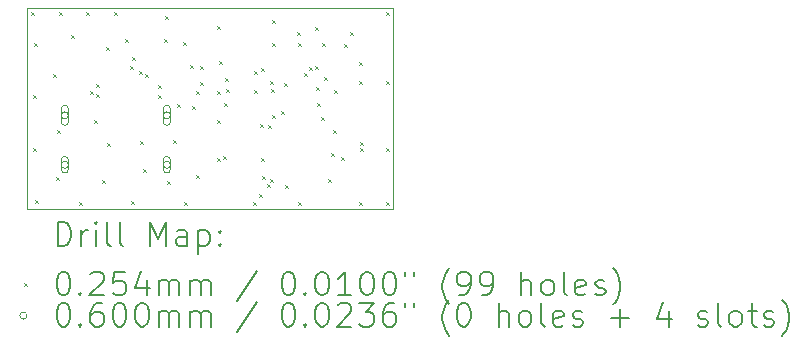
<source format=gbr>
%TF.GenerationSoftware,KiCad,Pcbnew,8.0.4-8.0.4-0~ubuntu22.04.1*%
%TF.CreationDate,2024-09-03T23:48:02+02:00*%
%TF.ProjectId,Powermeter,506f7765-726d-4657-9465-722e6b696361,rev?*%
%TF.SameCoordinates,Original*%
%TF.FileFunction,Drillmap*%
%TF.FilePolarity,Positive*%
%FSLAX45Y45*%
G04 Gerber Fmt 4.5, Leading zero omitted, Abs format (unit mm)*
G04 Created by KiCad (PCBNEW 8.0.4-8.0.4-0~ubuntu22.04.1) date 2024-09-03 23:48:02*
%MOMM*%
%LPD*%
G01*
G04 APERTURE LIST*
%ADD10C,0.050000*%
%ADD11C,0.200000*%
%ADD12C,0.100000*%
G04 APERTURE END LIST*
D10*
X4950000Y-4500000D02*
X8050000Y-4500000D01*
X8050000Y-6200000D01*
X4950000Y-6200000D01*
X4950000Y-4500000D01*
D11*
D12*
X4983337Y-4533337D02*
X5008763Y-4558763D01*
X5008763Y-4533337D02*
X4983337Y-4558763D01*
X4998737Y-5684252D02*
X5024163Y-5709677D01*
X5024163Y-5684252D02*
X4998737Y-5709677D01*
X5002286Y-5238719D02*
X5027712Y-5264145D01*
X5027712Y-5238719D02*
X5002286Y-5264145D01*
X5005700Y-4794098D02*
X5031126Y-4819523D01*
X5031126Y-4794098D02*
X5005700Y-4819523D01*
X5017347Y-6128436D02*
X5042773Y-6153861D01*
X5042773Y-6128436D02*
X5017347Y-6153861D01*
X5168786Y-5060264D02*
X5194212Y-5085689D01*
X5194212Y-5060264D02*
X5168786Y-5085689D01*
X5193014Y-5931690D02*
X5218439Y-5957116D01*
X5218439Y-5931690D02*
X5193014Y-5957116D01*
X5198085Y-5532735D02*
X5223511Y-5558160D01*
X5223511Y-5532735D02*
X5198085Y-5558160D01*
X5215726Y-4533337D02*
X5241151Y-4558763D01*
X5241151Y-4533337D02*
X5215726Y-4558763D01*
X5322651Y-4733205D02*
X5348076Y-4758630D01*
X5348076Y-4733205D02*
X5322651Y-4758630D01*
X5387555Y-6141237D02*
X5412981Y-6166663D01*
X5412981Y-6141237D02*
X5387555Y-6166663D01*
X5448114Y-4533337D02*
X5473539Y-4558763D01*
X5473539Y-4533337D02*
X5448114Y-4558763D01*
X5482948Y-5202836D02*
X5508374Y-5228261D01*
X5508374Y-5202836D02*
X5482948Y-5228261D01*
X5518462Y-5445881D02*
X5543887Y-5471306D01*
X5543887Y-5445881D02*
X5518462Y-5471306D01*
X5530191Y-5140824D02*
X5555616Y-5166250D01*
X5555616Y-5140824D02*
X5530191Y-5166250D01*
X5532597Y-5230574D02*
X5558023Y-5255999D01*
X5558023Y-5230574D02*
X5532597Y-5255999D01*
X5578992Y-5954544D02*
X5604417Y-5979969D01*
X5604417Y-5954544D02*
X5578992Y-5979969D01*
X5615705Y-4831266D02*
X5641130Y-4856691D01*
X5641130Y-4831266D02*
X5615705Y-4856691D01*
X5626503Y-5647290D02*
X5651928Y-5672715D01*
X5651928Y-5647290D02*
X5626503Y-5672715D01*
X5680502Y-4533337D02*
X5705927Y-4558763D01*
X5705927Y-4533337D02*
X5680502Y-4558763D01*
X5778402Y-4760562D02*
X5803827Y-4785988D01*
X5803827Y-4760562D02*
X5778402Y-4785988D01*
X5823237Y-4990244D02*
X5848663Y-5015669D01*
X5848663Y-4990244D02*
X5823237Y-5015669D01*
X5830826Y-6131948D02*
X5856251Y-6157373D01*
X5856251Y-6131948D02*
X5830826Y-6157373D01*
X5834285Y-4914534D02*
X5859711Y-4939959D01*
X5859711Y-4914534D02*
X5834285Y-4939959D01*
X5894067Y-5031078D02*
X5919493Y-5056504D01*
X5919493Y-5031078D02*
X5894067Y-5056504D01*
X5907576Y-5625837D02*
X5933001Y-5651263D01*
X5933001Y-5625837D02*
X5907576Y-5651263D01*
X5931025Y-5866990D02*
X5956451Y-5892415D01*
X5956451Y-5866990D02*
X5931025Y-5892415D01*
X5944492Y-5055735D02*
X5969917Y-5081160D01*
X5969917Y-5055735D02*
X5944492Y-5081160D01*
X6054227Y-5154358D02*
X6079653Y-5179784D01*
X6079653Y-5154358D02*
X6054227Y-5179784D01*
X6057790Y-5233472D02*
X6083216Y-5258898D01*
X6083216Y-5233472D02*
X6057790Y-5258898D01*
X6109239Y-4760821D02*
X6134665Y-4786246D01*
X6134665Y-4760821D02*
X6109239Y-4786246D01*
X6114274Y-4571350D02*
X6139699Y-4596776D01*
X6139699Y-4571350D02*
X6114274Y-4596776D01*
X6129889Y-5963737D02*
X6155315Y-5989163D01*
X6155315Y-5963737D02*
X6129889Y-5989163D01*
X6181037Y-5616978D02*
X6206462Y-5642403D01*
X6206462Y-5616978D02*
X6181037Y-5642403D01*
X6213756Y-5313880D02*
X6239182Y-5339306D01*
X6239182Y-5313880D02*
X6213756Y-5339306D01*
X6267020Y-4791232D02*
X6292446Y-4816658D01*
X6292446Y-4791232D02*
X6267020Y-4816658D01*
X6275447Y-6140075D02*
X6300873Y-6165501D01*
X6300873Y-6140075D02*
X6275447Y-6165501D01*
X6328031Y-4984452D02*
X6353457Y-5009877D01*
X6353457Y-4984452D02*
X6328031Y-5009877D01*
X6345998Y-5331832D02*
X6371423Y-5357258D01*
X6371423Y-5331832D02*
X6345998Y-5357258D01*
X6378807Y-5202375D02*
X6404232Y-5227800D01*
X6404232Y-5202375D02*
X6378807Y-5227800D01*
X6382707Y-5915350D02*
X6408132Y-5940776D01*
X6408132Y-5915350D02*
X6382707Y-5940776D01*
X6413728Y-4992376D02*
X6439153Y-5017802D01*
X6439153Y-4992376D02*
X6413728Y-5017802D01*
X6415856Y-5126306D02*
X6441282Y-5151732D01*
X6441282Y-5126306D02*
X6415856Y-5151732D01*
X6557317Y-5771641D02*
X6582742Y-5797066D01*
X6582742Y-5771641D02*
X6557317Y-5797066D01*
X6557501Y-5204740D02*
X6582926Y-5230166D01*
X6582926Y-5204740D02*
X6557501Y-5230166D01*
X6557826Y-4655176D02*
X6583251Y-4680602D01*
X6583251Y-4655176D02*
X6557826Y-4680602D01*
X6559951Y-5447117D02*
X6585377Y-5472543D01*
X6585377Y-5447117D02*
X6559951Y-5472543D01*
X6573882Y-4948640D02*
X6599307Y-4974065D01*
X6599307Y-4948640D02*
X6573882Y-4974065D01*
X6605564Y-5752347D02*
X6630990Y-5777772D01*
X6630990Y-5752347D02*
X6605564Y-5777772D01*
X6614700Y-5301437D02*
X6640125Y-5326862D01*
X6640125Y-5301437D02*
X6614700Y-5326862D01*
X6626393Y-5091996D02*
X6651818Y-5117421D01*
X6651818Y-5091996D02*
X6626393Y-5117421D01*
X6630949Y-5189826D02*
X6656374Y-5215252D01*
X6656374Y-5189826D02*
X6630949Y-5215252D01*
X6860992Y-6141237D02*
X6886418Y-6166663D01*
X6886418Y-6141237D02*
X6860992Y-6166663D01*
X6865739Y-5191293D02*
X6891164Y-5216719D01*
X6891164Y-5191293D02*
X6865739Y-5216719D01*
X6868491Y-5034756D02*
X6893917Y-5060181D01*
X6893917Y-5034756D02*
X6868491Y-5060181D01*
X6910882Y-6076931D02*
X6936307Y-6102356D01*
X6936307Y-6076931D02*
X6910882Y-6102356D01*
X6919682Y-5479938D02*
X6945107Y-5505364D01*
X6945107Y-5479938D02*
X6919682Y-5505364D01*
X6927755Y-5773667D02*
X6953180Y-5799092D01*
X6953180Y-5773667D02*
X6927755Y-5799092D01*
X6928648Y-5007264D02*
X6954073Y-5032689D01*
X6954073Y-5007264D02*
X6928648Y-5032689D01*
X6935526Y-5926042D02*
X6960951Y-5951467D01*
X6960951Y-5926042D02*
X6935526Y-5951467D01*
X6976539Y-5994210D02*
X7001964Y-6019635D01*
X7001964Y-5994210D02*
X6976539Y-6019635D01*
X6984974Y-5492900D02*
X7010399Y-5518325D01*
X7010399Y-5492900D02*
X6984974Y-5518325D01*
X7004712Y-5950339D02*
X7030138Y-5975764D01*
X7030138Y-5950339D02*
X7004712Y-5975764D01*
X7008671Y-5114634D02*
X7034097Y-5140059D01*
X7034097Y-5114634D02*
X7008671Y-5140059D01*
X7015714Y-5183189D02*
X7041139Y-5208614D01*
X7041139Y-5183189D02*
X7015714Y-5208614D01*
X7019304Y-5403104D02*
X7044729Y-5428529D01*
X7044729Y-5403104D02*
X7019304Y-5428529D01*
X7019902Y-4799880D02*
X7045327Y-4825305D01*
X7045327Y-4799880D02*
X7019902Y-4825305D01*
X7024218Y-4604009D02*
X7049644Y-4629434D01*
X7049644Y-4604009D02*
X7024218Y-4629434D01*
X7101709Y-5371229D02*
X7127135Y-5396654D01*
X7127135Y-5371229D02*
X7101709Y-5396654D01*
X7126814Y-5132313D02*
X7152239Y-5157738D01*
X7152239Y-5132313D02*
X7126814Y-5157738D01*
X7129963Y-5996390D02*
X7155388Y-6021816D01*
X7155388Y-5996390D02*
X7129963Y-6021816D01*
X7232682Y-4700880D02*
X7258107Y-4726306D01*
X7258107Y-4700880D02*
X7232682Y-4726306D01*
X7238448Y-4798191D02*
X7263873Y-4823616D01*
X7263873Y-4798191D02*
X7238448Y-4823616D01*
X7243756Y-6141237D02*
X7269182Y-6166663D01*
X7269182Y-6141237D02*
X7243756Y-6166663D01*
X7289673Y-5053946D02*
X7315098Y-5079372D01*
X7315098Y-5053946D02*
X7289673Y-5079372D01*
X7334446Y-5003742D02*
X7359871Y-5029167D01*
X7359871Y-5003742D02*
X7334446Y-5029167D01*
X7386521Y-4995193D02*
X7411946Y-5020619D01*
X7411946Y-4995193D02*
X7386521Y-5020619D01*
X7390025Y-4663136D02*
X7415451Y-4688561D01*
X7415451Y-4663136D02*
X7390025Y-4688561D01*
X7392972Y-5169466D02*
X7418398Y-5194891D01*
X7418398Y-5169466D02*
X7392972Y-5194891D01*
X7401881Y-5308550D02*
X7427306Y-5333975D01*
X7427306Y-5308550D02*
X7401881Y-5333975D01*
X7438051Y-5422587D02*
X7463476Y-5448012D01*
X7463476Y-5422587D02*
X7438051Y-5448012D01*
X7441524Y-4795113D02*
X7466949Y-4820538D01*
X7466949Y-4795113D02*
X7441524Y-4820538D01*
X7459996Y-5086171D02*
X7485421Y-5111596D01*
X7485421Y-5086171D02*
X7459996Y-5111596D01*
X7498815Y-5952564D02*
X7524240Y-5977989D01*
X7524240Y-5952564D02*
X7498815Y-5977989D01*
X7525083Y-5729251D02*
X7550508Y-5754676D01*
X7550508Y-5729251D02*
X7525083Y-5754676D01*
X7535666Y-5536858D02*
X7561092Y-5562284D01*
X7561092Y-5536858D02*
X7535666Y-5562284D01*
X7548976Y-5191539D02*
X7574401Y-5216964D01*
X7574401Y-5191539D02*
X7548976Y-5216964D01*
X7604939Y-5759616D02*
X7630364Y-5785041D01*
X7630364Y-5759616D02*
X7604939Y-5785041D01*
X7635841Y-4807294D02*
X7661266Y-4832719D01*
X7661266Y-4807294D02*
X7635841Y-4832719D01*
X7686084Y-4702455D02*
X7711509Y-4727880D01*
X7711509Y-4702455D02*
X7686084Y-4727880D01*
X7758145Y-4956956D02*
X7783570Y-4982381D01*
X7783570Y-4956956D02*
X7758145Y-4982381D01*
X7758849Y-5118737D02*
X7784274Y-5144163D01*
X7784274Y-5118737D02*
X7758849Y-5144163D01*
X7758849Y-6141237D02*
X7784274Y-6166663D01*
X7784274Y-6141237D02*
X7758849Y-6166663D01*
X7767441Y-5634913D02*
X7792866Y-5660338D01*
X7792866Y-5634913D02*
X7767441Y-5660338D01*
X7770409Y-5686817D02*
X7795835Y-5712243D01*
X7795835Y-5686817D02*
X7770409Y-5712243D01*
X7991237Y-4533337D02*
X8016663Y-4558763D01*
X8016663Y-4533337D02*
X7991237Y-4558763D01*
X7991237Y-5118737D02*
X8016663Y-5144163D01*
X8016663Y-5118737D02*
X7991237Y-5144163D01*
X7991237Y-5688737D02*
X8016663Y-5714163D01*
X8016663Y-5688737D02*
X7991237Y-5714163D01*
X7991237Y-6141237D02*
X8016663Y-6166663D01*
X8016663Y-6141237D02*
X7991237Y-6166663D01*
X5298000Y-5410000D02*
G75*
G02*
X5238000Y-5410000I-30000J0D01*
G01*
X5238000Y-5410000D02*
G75*
G02*
X5298000Y-5410000I30000J0D01*
G01*
X5238000Y-5355000D02*
X5238000Y-5465000D01*
X5298000Y-5465000D02*
G75*
G02*
X5238000Y-5465000I-30000J0D01*
G01*
X5298000Y-5465000D02*
X5298000Y-5355000D01*
X5298000Y-5355000D02*
G75*
G03*
X5238000Y-5355000I-30000J0D01*
G01*
X5298000Y-5828000D02*
G75*
G02*
X5238000Y-5828000I-30000J0D01*
G01*
X5238000Y-5828000D02*
G75*
G02*
X5298000Y-5828000I30000J0D01*
G01*
X5238000Y-5788000D02*
X5238000Y-5868000D01*
X5298000Y-5868000D02*
G75*
G02*
X5238000Y-5868000I-30000J0D01*
G01*
X5298000Y-5868000D02*
X5298000Y-5788000D01*
X5298000Y-5788000D02*
G75*
G03*
X5238000Y-5788000I-30000J0D01*
G01*
X6162000Y-5410000D02*
G75*
G02*
X6102000Y-5410000I-30000J0D01*
G01*
X6102000Y-5410000D02*
G75*
G02*
X6162000Y-5410000I30000J0D01*
G01*
X6102000Y-5355000D02*
X6102000Y-5465000D01*
X6162000Y-5465000D02*
G75*
G02*
X6102000Y-5465000I-30000J0D01*
G01*
X6162000Y-5465000D02*
X6162000Y-5355000D01*
X6162000Y-5355000D02*
G75*
G03*
X6102000Y-5355000I-30000J0D01*
G01*
X6162000Y-5828000D02*
G75*
G02*
X6102000Y-5828000I-30000J0D01*
G01*
X6102000Y-5828000D02*
G75*
G02*
X6162000Y-5828000I30000J0D01*
G01*
X6102000Y-5788000D02*
X6102000Y-5868000D01*
X6162000Y-5868000D02*
G75*
G02*
X6102000Y-5868000I-30000J0D01*
G01*
X6162000Y-5868000D02*
X6162000Y-5788000D01*
X6162000Y-5788000D02*
G75*
G03*
X6102000Y-5788000I-30000J0D01*
G01*
D11*
X5208277Y-6513984D02*
X5208277Y-6313984D01*
X5208277Y-6313984D02*
X5255896Y-6313984D01*
X5255896Y-6313984D02*
X5284467Y-6323508D01*
X5284467Y-6323508D02*
X5303515Y-6342555D01*
X5303515Y-6342555D02*
X5313039Y-6361603D01*
X5313039Y-6361603D02*
X5322563Y-6399698D01*
X5322563Y-6399698D02*
X5322563Y-6428269D01*
X5322563Y-6428269D02*
X5313039Y-6466365D01*
X5313039Y-6466365D02*
X5303515Y-6485412D01*
X5303515Y-6485412D02*
X5284467Y-6504460D01*
X5284467Y-6504460D02*
X5255896Y-6513984D01*
X5255896Y-6513984D02*
X5208277Y-6513984D01*
X5408277Y-6513984D02*
X5408277Y-6380650D01*
X5408277Y-6418746D02*
X5417801Y-6399698D01*
X5417801Y-6399698D02*
X5427324Y-6390174D01*
X5427324Y-6390174D02*
X5446372Y-6380650D01*
X5446372Y-6380650D02*
X5465420Y-6380650D01*
X5532086Y-6513984D02*
X5532086Y-6380650D01*
X5532086Y-6313984D02*
X5522563Y-6323508D01*
X5522563Y-6323508D02*
X5532086Y-6333031D01*
X5532086Y-6333031D02*
X5541610Y-6323508D01*
X5541610Y-6323508D02*
X5532086Y-6313984D01*
X5532086Y-6313984D02*
X5532086Y-6333031D01*
X5655896Y-6513984D02*
X5636848Y-6504460D01*
X5636848Y-6504460D02*
X5627324Y-6485412D01*
X5627324Y-6485412D02*
X5627324Y-6313984D01*
X5760658Y-6513984D02*
X5741610Y-6504460D01*
X5741610Y-6504460D02*
X5732086Y-6485412D01*
X5732086Y-6485412D02*
X5732086Y-6313984D01*
X5989229Y-6513984D02*
X5989229Y-6313984D01*
X5989229Y-6313984D02*
X6055896Y-6456841D01*
X6055896Y-6456841D02*
X6122562Y-6313984D01*
X6122562Y-6313984D02*
X6122562Y-6513984D01*
X6303515Y-6513984D02*
X6303515Y-6409222D01*
X6303515Y-6409222D02*
X6293991Y-6390174D01*
X6293991Y-6390174D02*
X6274943Y-6380650D01*
X6274943Y-6380650D02*
X6236848Y-6380650D01*
X6236848Y-6380650D02*
X6217801Y-6390174D01*
X6303515Y-6504460D02*
X6284467Y-6513984D01*
X6284467Y-6513984D02*
X6236848Y-6513984D01*
X6236848Y-6513984D02*
X6217801Y-6504460D01*
X6217801Y-6504460D02*
X6208277Y-6485412D01*
X6208277Y-6485412D02*
X6208277Y-6466365D01*
X6208277Y-6466365D02*
X6217801Y-6447317D01*
X6217801Y-6447317D02*
X6236848Y-6437793D01*
X6236848Y-6437793D02*
X6284467Y-6437793D01*
X6284467Y-6437793D02*
X6303515Y-6428269D01*
X6398753Y-6380650D02*
X6398753Y-6580650D01*
X6398753Y-6390174D02*
X6417801Y-6380650D01*
X6417801Y-6380650D02*
X6455896Y-6380650D01*
X6455896Y-6380650D02*
X6474943Y-6390174D01*
X6474943Y-6390174D02*
X6484467Y-6399698D01*
X6484467Y-6399698D02*
X6493991Y-6418746D01*
X6493991Y-6418746D02*
X6493991Y-6475888D01*
X6493991Y-6475888D02*
X6484467Y-6494936D01*
X6484467Y-6494936D02*
X6474943Y-6504460D01*
X6474943Y-6504460D02*
X6455896Y-6513984D01*
X6455896Y-6513984D02*
X6417801Y-6513984D01*
X6417801Y-6513984D02*
X6398753Y-6504460D01*
X6579705Y-6494936D02*
X6589229Y-6504460D01*
X6589229Y-6504460D02*
X6579705Y-6513984D01*
X6579705Y-6513984D02*
X6570182Y-6504460D01*
X6570182Y-6504460D02*
X6579705Y-6494936D01*
X6579705Y-6494936D02*
X6579705Y-6513984D01*
X6579705Y-6390174D02*
X6589229Y-6399698D01*
X6589229Y-6399698D02*
X6579705Y-6409222D01*
X6579705Y-6409222D02*
X6570182Y-6399698D01*
X6570182Y-6399698D02*
X6579705Y-6390174D01*
X6579705Y-6390174D02*
X6579705Y-6409222D01*
D12*
X4922075Y-6829787D02*
X4947500Y-6855213D01*
X4947500Y-6829787D02*
X4922075Y-6855213D01*
D11*
X5246372Y-6733984D02*
X5265420Y-6733984D01*
X5265420Y-6733984D02*
X5284467Y-6743508D01*
X5284467Y-6743508D02*
X5293991Y-6753031D01*
X5293991Y-6753031D02*
X5303515Y-6772079D01*
X5303515Y-6772079D02*
X5313039Y-6810174D01*
X5313039Y-6810174D02*
X5313039Y-6857793D01*
X5313039Y-6857793D02*
X5303515Y-6895888D01*
X5303515Y-6895888D02*
X5293991Y-6914936D01*
X5293991Y-6914936D02*
X5284467Y-6924460D01*
X5284467Y-6924460D02*
X5265420Y-6933984D01*
X5265420Y-6933984D02*
X5246372Y-6933984D01*
X5246372Y-6933984D02*
X5227324Y-6924460D01*
X5227324Y-6924460D02*
X5217801Y-6914936D01*
X5217801Y-6914936D02*
X5208277Y-6895888D01*
X5208277Y-6895888D02*
X5198753Y-6857793D01*
X5198753Y-6857793D02*
X5198753Y-6810174D01*
X5198753Y-6810174D02*
X5208277Y-6772079D01*
X5208277Y-6772079D02*
X5217801Y-6753031D01*
X5217801Y-6753031D02*
X5227324Y-6743508D01*
X5227324Y-6743508D02*
X5246372Y-6733984D01*
X5398753Y-6914936D02*
X5408277Y-6924460D01*
X5408277Y-6924460D02*
X5398753Y-6933984D01*
X5398753Y-6933984D02*
X5389229Y-6924460D01*
X5389229Y-6924460D02*
X5398753Y-6914936D01*
X5398753Y-6914936D02*
X5398753Y-6933984D01*
X5484467Y-6753031D02*
X5493991Y-6743508D01*
X5493991Y-6743508D02*
X5513039Y-6733984D01*
X5513039Y-6733984D02*
X5560658Y-6733984D01*
X5560658Y-6733984D02*
X5579705Y-6743508D01*
X5579705Y-6743508D02*
X5589229Y-6753031D01*
X5589229Y-6753031D02*
X5598753Y-6772079D01*
X5598753Y-6772079D02*
X5598753Y-6791127D01*
X5598753Y-6791127D02*
X5589229Y-6819698D01*
X5589229Y-6819698D02*
X5474944Y-6933984D01*
X5474944Y-6933984D02*
X5598753Y-6933984D01*
X5779705Y-6733984D02*
X5684467Y-6733984D01*
X5684467Y-6733984D02*
X5674943Y-6829222D01*
X5674943Y-6829222D02*
X5684467Y-6819698D01*
X5684467Y-6819698D02*
X5703515Y-6810174D01*
X5703515Y-6810174D02*
X5751134Y-6810174D01*
X5751134Y-6810174D02*
X5770182Y-6819698D01*
X5770182Y-6819698D02*
X5779705Y-6829222D01*
X5779705Y-6829222D02*
X5789229Y-6848269D01*
X5789229Y-6848269D02*
X5789229Y-6895888D01*
X5789229Y-6895888D02*
X5779705Y-6914936D01*
X5779705Y-6914936D02*
X5770182Y-6924460D01*
X5770182Y-6924460D02*
X5751134Y-6933984D01*
X5751134Y-6933984D02*
X5703515Y-6933984D01*
X5703515Y-6933984D02*
X5684467Y-6924460D01*
X5684467Y-6924460D02*
X5674943Y-6914936D01*
X5960658Y-6800650D02*
X5960658Y-6933984D01*
X5913039Y-6724460D02*
X5865420Y-6867317D01*
X5865420Y-6867317D02*
X5989229Y-6867317D01*
X6065420Y-6933984D02*
X6065420Y-6800650D01*
X6065420Y-6819698D02*
X6074943Y-6810174D01*
X6074943Y-6810174D02*
X6093991Y-6800650D01*
X6093991Y-6800650D02*
X6122563Y-6800650D01*
X6122563Y-6800650D02*
X6141610Y-6810174D01*
X6141610Y-6810174D02*
X6151134Y-6829222D01*
X6151134Y-6829222D02*
X6151134Y-6933984D01*
X6151134Y-6829222D02*
X6160658Y-6810174D01*
X6160658Y-6810174D02*
X6179705Y-6800650D01*
X6179705Y-6800650D02*
X6208277Y-6800650D01*
X6208277Y-6800650D02*
X6227324Y-6810174D01*
X6227324Y-6810174D02*
X6236848Y-6829222D01*
X6236848Y-6829222D02*
X6236848Y-6933984D01*
X6332086Y-6933984D02*
X6332086Y-6800650D01*
X6332086Y-6819698D02*
X6341610Y-6810174D01*
X6341610Y-6810174D02*
X6360658Y-6800650D01*
X6360658Y-6800650D02*
X6389229Y-6800650D01*
X6389229Y-6800650D02*
X6408277Y-6810174D01*
X6408277Y-6810174D02*
X6417801Y-6829222D01*
X6417801Y-6829222D02*
X6417801Y-6933984D01*
X6417801Y-6829222D02*
X6427324Y-6810174D01*
X6427324Y-6810174D02*
X6446372Y-6800650D01*
X6446372Y-6800650D02*
X6474943Y-6800650D01*
X6474943Y-6800650D02*
X6493991Y-6810174D01*
X6493991Y-6810174D02*
X6503515Y-6829222D01*
X6503515Y-6829222D02*
X6503515Y-6933984D01*
X6893991Y-6724460D02*
X6722563Y-6981603D01*
X7151134Y-6733984D02*
X7170182Y-6733984D01*
X7170182Y-6733984D02*
X7189229Y-6743508D01*
X7189229Y-6743508D02*
X7198753Y-6753031D01*
X7198753Y-6753031D02*
X7208277Y-6772079D01*
X7208277Y-6772079D02*
X7217801Y-6810174D01*
X7217801Y-6810174D02*
X7217801Y-6857793D01*
X7217801Y-6857793D02*
X7208277Y-6895888D01*
X7208277Y-6895888D02*
X7198753Y-6914936D01*
X7198753Y-6914936D02*
X7189229Y-6924460D01*
X7189229Y-6924460D02*
X7170182Y-6933984D01*
X7170182Y-6933984D02*
X7151134Y-6933984D01*
X7151134Y-6933984D02*
X7132086Y-6924460D01*
X7132086Y-6924460D02*
X7122563Y-6914936D01*
X7122563Y-6914936D02*
X7113039Y-6895888D01*
X7113039Y-6895888D02*
X7103515Y-6857793D01*
X7103515Y-6857793D02*
X7103515Y-6810174D01*
X7103515Y-6810174D02*
X7113039Y-6772079D01*
X7113039Y-6772079D02*
X7122563Y-6753031D01*
X7122563Y-6753031D02*
X7132086Y-6743508D01*
X7132086Y-6743508D02*
X7151134Y-6733984D01*
X7303515Y-6914936D02*
X7313039Y-6924460D01*
X7313039Y-6924460D02*
X7303515Y-6933984D01*
X7303515Y-6933984D02*
X7293991Y-6924460D01*
X7293991Y-6924460D02*
X7303515Y-6914936D01*
X7303515Y-6914936D02*
X7303515Y-6933984D01*
X7436848Y-6733984D02*
X7455896Y-6733984D01*
X7455896Y-6733984D02*
X7474944Y-6743508D01*
X7474944Y-6743508D02*
X7484467Y-6753031D01*
X7484467Y-6753031D02*
X7493991Y-6772079D01*
X7493991Y-6772079D02*
X7503515Y-6810174D01*
X7503515Y-6810174D02*
X7503515Y-6857793D01*
X7503515Y-6857793D02*
X7493991Y-6895888D01*
X7493991Y-6895888D02*
X7484467Y-6914936D01*
X7484467Y-6914936D02*
X7474944Y-6924460D01*
X7474944Y-6924460D02*
X7455896Y-6933984D01*
X7455896Y-6933984D02*
X7436848Y-6933984D01*
X7436848Y-6933984D02*
X7417801Y-6924460D01*
X7417801Y-6924460D02*
X7408277Y-6914936D01*
X7408277Y-6914936D02*
X7398753Y-6895888D01*
X7398753Y-6895888D02*
X7389229Y-6857793D01*
X7389229Y-6857793D02*
X7389229Y-6810174D01*
X7389229Y-6810174D02*
X7398753Y-6772079D01*
X7398753Y-6772079D02*
X7408277Y-6753031D01*
X7408277Y-6753031D02*
X7417801Y-6743508D01*
X7417801Y-6743508D02*
X7436848Y-6733984D01*
X7693991Y-6933984D02*
X7579706Y-6933984D01*
X7636848Y-6933984D02*
X7636848Y-6733984D01*
X7636848Y-6733984D02*
X7617801Y-6762555D01*
X7617801Y-6762555D02*
X7598753Y-6781603D01*
X7598753Y-6781603D02*
X7579706Y-6791127D01*
X7817801Y-6733984D02*
X7836848Y-6733984D01*
X7836848Y-6733984D02*
X7855896Y-6743508D01*
X7855896Y-6743508D02*
X7865420Y-6753031D01*
X7865420Y-6753031D02*
X7874944Y-6772079D01*
X7874944Y-6772079D02*
X7884467Y-6810174D01*
X7884467Y-6810174D02*
X7884467Y-6857793D01*
X7884467Y-6857793D02*
X7874944Y-6895888D01*
X7874944Y-6895888D02*
X7865420Y-6914936D01*
X7865420Y-6914936D02*
X7855896Y-6924460D01*
X7855896Y-6924460D02*
X7836848Y-6933984D01*
X7836848Y-6933984D02*
X7817801Y-6933984D01*
X7817801Y-6933984D02*
X7798753Y-6924460D01*
X7798753Y-6924460D02*
X7789229Y-6914936D01*
X7789229Y-6914936D02*
X7779706Y-6895888D01*
X7779706Y-6895888D02*
X7770182Y-6857793D01*
X7770182Y-6857793D02*
X7770182Y-6810174D01*
X7770182Y-6810174D02*
X7779706Y-6772079D01*
X7779706Y-6772079D02*
X7789229Y-6753031D01*
X7789229Y-6753031D02*
X7798753Y-6743508D01*
X7798753Y-6743508D02*
X7817801Y-6733984D01*
X8008277Y-6733984D02*
X8027325Y-6733984D01*
X8027325Y-6733984D02*
X8046372Y-6743508D01*
X8046372Y-6743508D02*
X8055896Y-6753031D01*
X8055896Y-6753031D02*
X8065420Y-6772079D01*
X8065420Y-6772079D02*
X8074944Y-6810174D01*
X8074944Y-6810174D02*
X8074944Y-6857793D01*
X8074944Y-6857793D02*
X8065420Y-6895888D01*
X8065420Y-6895888D02*
X8055896Y-6914936D01*
X8055896Y-6914936D02*
X8046372Y-6924460D01*
X8046372Y-6924460D02*
X8027325Y-6933984D01*
X8027325Y-6933984D02*
X8008277Y-6933984D01*
X8008277Y-6933984D02*
X7989229Y-6924460D01*
X7989229Y-6924460D02*
X7979706Y-6914936D01*
X7979706Y-6914936D02*
X7970182Y-6895888D01*
X7970182Y-6895888D02*
X7960658Y-6857793D01*
X7960658Y-6857793D02*
X7960658Y-6810174D01*
X7960658Y-6810174D02*
X7970182Y-6772079D01*
X7970182Y-6772079D02*
X7979706Y-6753031D01*
X7979706Y-6753031D02*
X7989229Y-6743508D01*
X7989229Y-6743508D02*
X8008277Y-6733984D01*
X8151134Y-6733984D02*
X8151134Y-6772079D01*
X8227325Y-6733984D02*
X8227325Y-6772079D01*
X8522563Y-7010174D02*
X8513039Y-7000650D01*
X8513039Y-7000650D02*
X8493991Y-6972079D01*
X8493991Y-6972079D02*
X8484468Y-6953031D01*
X8484468Y-6953031D02*
X8474944Y-6924460D01*
X8474944Y-6924460D02*
X8465420Y-6876841D01*
X8465420Y-6876841D02*
X8465420Y-6838746D01*
X8465420Y-6838746D02*
X8474944Y-6791127D01*
X8474944Y-6791127D02*
X8484468Y-6762555D01*
X8484468Y-6762555D02*
X8493991Y-6743508D01*
X8493991Y-6743508D02*
X8513039Y-6714936D01*
X8513039Y-6714936D02*
X8522563Y-6705412D01*
X8608277Y-6933984D02*
X8646372Y-6933984D01*
X8646372Y-6933984D02*
X8665420Y-6924460D01*
X8665420Y-6924460D02*
X8674944Y-6914936D01*
X8674944Y-6914936D02*
X8693991Y-6886365D01*
X8693991Y-6886365D02*
X8703515Y-6848269D01*
X8703515Y-6848269D02*
X8703515Y-6772079D01*
X8703515Y-6772079D02*
X8693991Y-6753031D01*
X8693991Y-6753031D02*
X8684468Y-6743508D01*
X8684468Y-6743508D02*
X8665420Y-6733984D01*
X8665420Y-6733984D02*
X8627325Y-6733984D01*
X8627325Y-6733984D02*
X8608277Y-6743508D01*
X8608277Y-6743508D02*
X8598753Y-6753031D01*
X8598753Y-6753031D02*
X8589230Y-6772079D01*
X8589230Y-6772079D02*
X8589230Y-6819698D01*
X8589230Y-6819698D02*
X8598753Y-6838746D01*
X8598753Y-6838746D02*
X8608277Y-6848269D01*
X8608277Y-6848269D02*
X8627325Y-6857793D01*
X8627325Y-6857793D02*
X8665420Y-6857793D01*
X8665420Y-6857793D02*
X8684468Y-6848269D01*
X8684468Y-6848269D02*
X8693991Y-6838746D01*
X8693991Y-6838746D02*
X8703515Y-6819698D01*
X8798753Y-6933984D02*
X8836849Y-6933984D01*
X8836849Y-6933984D02*
X8855896Y-6924460D01*
X8855896Y-6924460D02*
X8865420Y-6914936D01*
X8865420Y-6914936D02*
X8884468Y-6886365D01*
X8884468Y-6886365D02*
X8893991Y-6848269D01*
X8893991Y-6848269D02*
X8893991Y-6772079D01*
X8893991Y-6772079D02*
X8884468Y-6753031D01*
X8884468Y-6753031D02*
X8874944Y-6743508D01*
X8874944Y-6743508D02*
X8855896Y-6733984D01*
X8855896Y-6733984D02*
X8817801Y-6733984D01*
X8817801Y-6733984D02*
X8798753Y-6743508D01*
X8798753Y-6743508D02*
X8789230Y-6753031D01*
X8789230Y-6753031D02*
X8779706Y-6772079D01*
X8779706Y-6772079D02*
X8779706Y-6819698D01*
X8779706Y-6819698D02*
X8789230Y-6838746D01*
X8789230Y-6838746D02*
X8798753Y-6848269D01*
X8798753Y-6848269D02*
X8817801Y-6857793D01*
X8817801Y-6857793D02*
X8855896Y-6857793D01*
X8855896Y-6857793D02*
X8874944Y-6848269D01*
X8874944Y-6848269D02*
X8884468Y-6838746D01*
X8884468Y-6838746D02*
X8893991Y-6819698D01*
X9132087Y-6933984D02*
X9132087Y-6733984D01*
X9217801Y-6933984D02*
X9217801Y-6829222D01*
X9217801Y-6829222D02*
X9208277Y-6810174D01*
X9208277Y-6810174D02*
X9189230Y-6800650D01*
X9189230Y-6800650D02*
X9160658Y-6800650D01*
X9160658Y-6800650D02*
X9141611Y-6810174D01*
X9141611Y-6810174D02*
X9132087Y-6819698D01*
X9341611Y-6933984D02*
X9322563Y-6924460D01*
X9322563Y-6924460D02*
X9313039Y-6914936D01*
X9313039Y-6914936D02*
X9303515Y-6895888D01*
X9303515Y-6895888D02*
X9303515Y-6838746D01*
X9303515Y-6838746D02*
X9313039Y-6819698D01*
X9313039Y-6819698D02*
X9322563Y-6810174D01*
X9322563Y-6810174D02*
X9341611Y-6800650D01*
X9341611Y-6800650D02*
X9370182Y-6800650D01*
X9370182Y-6800650D02*
X9389230Y-6810174D01*
X9389230Y-6810174D02*
X9398753Y-6819698D01*
X9398753Y-6819698D02*
X9408277Y-6838746D01*
X9408277Y-6838746D02*
X9408277Y-6895888D01*
X9408277Y-6895888D02*
X9398753Y-6914936D01*
X9398753Y-6914936D02*
X9389230Y-6924460D01*
X9389230Y-6924460D02*
X9370182Y-6933984D01*
X9370182Y-6933984D02*
X9341611Y-6933984D01*
X9522563Y-6933984D02*
X9503515Y-6924460D01*
X9503515Y-6924460D02*
X9493992Y-6905412D01*
X9493992Y-6905412D02*
X9493992Y-6733984D01*
X9674944Y-6924460D02*
X9655896Y-6933984D01*
X9655896Y-6933984D02*
X9617801Y-6933984D01*
X9617801Y-6933984D02*
X9598753Y-6924460D01*
X9598753Y-6924460D02*
X9589230Y-6905412D01*
X9589230Y-6905412D02*
X9589230Y-6829222D01*
X9589230Y-6829222D02*
X9598753Y-6810174D01*
X9598753Y-6810174D02*
X9617801Y-6800650D01*
X9617801Y-6800650D02*
X9655896Y-6800650D01*
X9655896Y-6800650D02*
X9674944Y-6810174D01*
X9674944Y-6810174D02*
X9684468Y-6829222D01*
X9684468Y-6829222D02*
X9684468Y-6848269D01*
X9684468Y-6848269D02*
X9589230Y-6867317D01*
X9760658Y-6924460D02*
X9779706Y-6933984D01*
X9779706Y-6933984D02*
X9817801Y-6933984D01*
X9817801Y-6933984D02*
X9836849Y-6924460D01*
X9836849Y-6924460D02*
X9846373Y-6905412D01*
X9846373Y-6905412D02*
X9846373Y-6895888D01*
X9846373Y-6895888D02*
X9836849Y-6876841D01*
X9836849Y-6876841D02*
X9817801Y-6867317D01*
X9817801Y-6867317D02*
X9789230Y-6867317D01*
X9789230Y-6867317D02*
X9770182Y-6857793D01*
X9770182Y-6857793D02*
X9760658Y-6838746D01*
X9760658Y-6838746D02*
X9760658Y-6829222D01*
X9760658Y-6829222D02*
X9770182Y-6810174D01*
X9770182Y-6810174D02*
X9789230Y-6800650D01*
X9789230Y-6800650D02*
X9817801Y-6800650D01*
X9817801Y-6800650D02*
X9836849Y-6810174D01*
X9913039Y-7010174D02*
X9922563Y-7000650D01*
X9922563Y-7000650D02*
X9941611Y-6972079D01*
X9941611Y-6972079D02*
X9951134Y-6953031D01*
X9951134Y-6953031D02*
X9960658Y-6924460D01*
X9960658Y-6924460D02*
X9970182Y-6876841D01*
X9970182Y-6876841D02*
X9970182Y-6838746D01*
X9970182Y-6838746D02*
X9960658Y-6791127D01*
X9960658Y-6791127D02*
X9951134Y-6762555D01*
X9951134Y-6762555D02*
X9941611Y-6743508D01*
X9941611Y-6743508D02*
X9922563Y-6714936D01*
X9922563Y-6714936D02*
X9913039Y-6705412D01*
D12*
X4947500Y-7106500D02*
G75*
G02*
X4887500Y-7106500I-30000J0D01*
G01*
X4887500Y-7106500D02*
G75*
G02*
X4947500Y-7106500I30000J0D01*
G01*
D11*
X5246372Y-6997984D02*
X5265420Y-6997984D01*
X5265420Y-6997984D02*
X5284467Y-7007508D01*
X5284467Y-7007508D02*
X5293991Y-7017031D01*
X5293991Y-7017031D02*
X5303515Y-7036079D01*
X5303515Y-7036079D02*
X5313039Y-7074174D01*
X5313039Y-7074174D02*
X5313039Y-7121793D01*
X5313039Y-7121793D02*
X5303515Y-7159888D01*
X5303515Y-7159888D02*
X5293991Y-7178936D01*
X5293991Y-7178936D02*
X5284467Y-7188460D01*
X5284467Y-7188460D02*
X5265420Y-7197984D01*
X5265420Y-7197984D02*
X5246372Y-7197984D01*
X5246372Y-7197984D02*
X5227324Y-7188460D01*
X5227324Y-7188460D02*
X5217801Y-7178936D01*
X5217801Y-7178936D02*
X5208277Y-7159888D01*
X5208277Y-7159888D02*
X5198753Y-7121793D01*
X5198753Y-7121793D02*
X5198753Y-7074174D01*
X5198753Y-7074174D02*
X5208277Y-7036079D01*
X5208277Y-7036079D02*
X5217801Y-7017031D01*
X5217801Y-7017031D02*
X5227324Y-7007508D01*
X5227324Y-7007508D02*
X5246372Y-6997984D01*
X5398753Y-7178936D02*
X5408277Y-7188460D01*
X5408277Y-7188460D02*
X5398753Y-7197984D01*
X5398753Y-7197984D02*
X5389229Y-7188460D01*
X5389229Y-7188460D02*
X5398753Y-7178936D01*
X5398753Y-7178936D02*
X5398753Y-7197984D01*
X5579705Y-6997984D02*
X5541610Y-6997984D01*
X5541610Y-6997984D02*
X5522563Y-7007508D01*
X5522563Y-7007508D02*
X5513039Y-7017031D01*
X5513039Y-7017031D02*
X5493991Y-7045603D01*
X5493991Y-7045603D02*
X5484467Y-7083698D01*
X5484467Y-7083698D02*
X5484467Y-7159888D01*
X5484467Y-7159888D02*
X5493991Y-7178936D01*
X5493991Y-7178936D02*
X5503515Y-7188460D01*
X5503515Y-7188460D02*
X5522563Y-7197984D01*
X5522563Y-7197984D02*
X5560658Y-7197984D01*
X5560658Y-7197984D02*
X5579705Y-7188460D01*
X5579705Y-7188460D02*
X5589229Y-7178936D01*
X5589229Y-7178936D02*
X5598753Y-7159888D01*
X5598753Y-7159888D02*
X5598753Y-7112269D01*
X5598753Y-7112269D02*
X5589229Y-7093222D01*
X5589229Y-7093222D02*
X5579705Y-7083698D01*
X5579705Y-7083698D02*
X5560658Y-7074174D01*
X5560658Y-7074174D02*
X5522563Y-7074174D01*
X5522563Y-7074174D02*
X5503515Y-7083698D01*
X5503515Y-7083698D02*
X5493991Y-7093222D01*
X5493991Y-7093222D02*
X5484467Y-7112269D01*
X5722562Y-6997984D02*
X5741610Y-6997984D01*
X5741610Y-6997984D02*
X5760658Y-7007508D01*
X5760658Y-7007508D02*
X5770182Y-7017031D01*
X5770182Y-7017031D02*
X5779705Y-7036079D01*
X5779705Y-7036079D02*
X5789229Y-7074174D01*
X5789229Y-7074174D02*
X5789229Y-7121793D01*
X5789229Y-7121793D02*
X5779705Y-7159888D01*
X5779705Y-7159888D02*
X5770182Y-7178936D01*
X5770182Y-7178936D02*
X5760658Y-7188460D01*
X5760658Y-7188460D02*
X5741610Y-7197984D01*
X5741610Y-7197984D02*
X5722562Y-7197984D01*
X5722562Y-7197984D02*
X5703515Y-7188460D01*
X5703515Y-7188460D02*
X5693991Y-7178936D01*
X5693991Y-7178936D02*
X5684467Y-7159888D01*
X5684467Y-7159888D02*
X5674943Y-7121793D01*
X5674943Y-7121793D02*
X5674943Y-7074174D01*
X5674943Y-7074174D02*
X5684467Y-7036079D01*
X5684467Y-7036079D02*
X5693991Y-7017031D01*
X5693991Y-7017031D02*
X5703515Y-7007508D01*
X5703515Y-7007508D02*
X5722562Y-6997984D01*
X5913039Y-6997984D02*
X5932086Y-6997984D01*
X5932086Y-6997984D02*
X5951134Y-7007508D01*
X5951134Y-7007508D02*
X5960658Y-7017031D01*
X5960658Y-7017031D02*
X5970182Y-7036079D01*
X5970182Y-7036079D02*
X5979705Y-7074174D01*
X5979705Y-7074174D02*
X5979705Y-7121793D01*
X5979705Y-7121793D02*
X5970182Y-7159888D01*
X5970182Y-7159888D02*
X5960658Y-7178936D01*
X5960658Y-7178936D02*
X5951134Y-7188460D01*
X5951134Y-7188460D02*
X5932086Y-7197984D01*
X5932086Y-7197984D02*
X5913039Y-7197984D01*
X5913039Y-7197984D02*
X5893991Y-7188460D01*
X5893991Y-7188460D02*
X5884467Y-7178936D01*
X5884467Y-7178936D02*
X5874943Y-7159888D01*
X5874943Y-7159888D02*
X5865420Y-7121793D01*
X5865420Y-7121793D02*
X5865420Y-7074174D01*
X5865420Y-7074174D02*
X5874943Y-7036079D01*
X5874943Y-7036079D02*
X5884467Y-7017031D01*
X5884467Y-7017031D02*
X5893991Y-7007508D01*
X5893991Y-7007508D02*
X5913039Y-6997984D01*
X6065420Y-7197984D02*
X6065420Y-7064650D01*
X6065420Y-7083698D02*
X6074943Y-7074174D01*
X6074943Y-7074174D02*
X6093991Y-7064650D01*
X6093991Y-7064650D02*
X6122563Y-7064650D01*
X6122563Y-7064650D02*
X6141610Y-7074174D01*
X6141610Y-7074174D02*
X6151134Y-7093222D01*
X6151134Y-7093222D02*
X6151134Y-7197984D01*
X6151134Y-7093222D02*
X6160658Y-7074174D01*
X6160658Y-7074174D02*
X6179705Y-7064650D01*
X6179705Y-7064650D02*
X6208277Y-7064650D01*
X6208277Y-7064650D02*
X6227324Y-7074174D01*
X6227324Y-7074174D02*
X6236848Y-7093222D01*
X6236848Y-7093222D02*
X6236848Y-7197984D01*
X6332086Y-7197984D02*
X6332086Y-7064650D01*
X6332086Y-7083698D02*
X6341610Y-7074174D01*
X6341610Y-7074174D02*
X6360658Y-7064650D01*
X6360658Y-7064650D02*
X6389229Y-7064650D01*
X6389229Y-7064650D02*
X6408277Y-7074174D01*
X6408277Y-7074174D02*
X6417801Y-7093222D01*
X6417801Y-7093222D02*
X6417801Y-7197984D01*
X6417801Y-7093222D02*
X6427324Y-7074174D01*
X6427324Y-7074174D02*
X6446372Y-7064650D01*
X6446372Y-7064650D02*
X6474943Y-7064650D01*
X6474943Y-7064650D02*
X6493991Y-7074174D01*
X6493991Y-7074174D02*
X6503515Y-7093222D01*
X6503515Y-7093222D02*
X6503515Y-7197984D01*
X6893991Y-6988460D02*
X6722563Y-7245603D01*
X7151134Y-6997984D02*
X7170182Y-6997984D01*
X7170182Y-6997984D02*
X7189229Y-7007508D01*
X7189229Y-7007508D02*
X7198753Y-7017031D01*
X7198753Y-7017031D02*
X7208277Y-7036079D01*
X7208277Y-7036079D02*
X7217801Y-7074174D01*
X7217801Y-7074174D02*
X7217801Y-7121793D01*
X7217801Y-7121793D02*
X7208277Y-7159888D01*
X7208277Y-7159888D02*
X7198753Y-7178936D01*
X7198753Y-7178936D02*
X7189229Y-7188460D01*
X7189229Y-7188460D02*
X7170182Y-7197984D01*
X7170182Y-7197984D02*
X7151134Y-7197984D01*
X7151134Y-7197984D02*
X7132086Y-7188460D01*
X7132086Y-7188460D02*
X7122563Y-7178936D01*
X7122563Y-7178936D02*
X7113039Y-7159888D01*
X7113039Y-7159888D02*
X7103515Y-7121793D01*
X7103515Y-7121793D02*
X7103515Y-7074174D01*
X7103515Y-7074174D02*
X7113039Y-7036079D01*
X7113039Y-7036079D02*
X7122563Y-7017031D01*
X7122563Y-7017031D02*
X7132086Y-7007508D01*
X7132086Y-7007508D02*
X7151134Y-6997984D01*
X7303515Y-7178936D02*
X7313039Y-7188460D01*
X7313039Y-7188460D02*
X7303515Y-7197984D01*
X7303515Y-7197984D02*
X7293991Y-7188460D01*
X7293991Y-7188460D02*
X7303515Y-7178936D01*
X7303515Y-7178936D02*
X7303515Y-7197984D01*
X7436848Y-6997984D02*
X7455896Y-6997984D01*
X7455896Y-6997984D02*
X7474944Y-7007508D01*
X7474944Y-7007508D02*
X7484467Y-7017031D01*
X7484467Y-7017031D02*
X7493991Y-7036079D01*
X7493991Y-7036079D02*
X7503515Y-7074174D01*
X7503515Y-7074174D02*
X7503515Y-7121793D01*
X7503515Y-7121793D02*
X7493991Y-7159888D01*
X7493991Y-7159888D02*
X7484467Y-7178936D01*
X7484467Y-7178936D02*
X7474944Y-7188460D01*
X7474944Y-7188460D02*
X7455896Y-7197984D01*
X7455896Y-7197984D02*
X7436848Y-7197984D01*
X7436848Y-7197984D02*
X7417801Y-7188460D01*
X7417801Y-7188460D02*
X7408277Y-7178936D01*
X7408277Y-7178936D02*
X7398753Y-7159888D01*
X7398753Y-7159888D02*
X7389229Y-7121793D01*
X7389229Y-7121793D02*
X7389229Y-7074174D01*
X7389229Y-7074174D02*
X7398753Y-7036079D01*
X7398753Y-7036079D02*
X7408277Y-7017031D01*
X7408277Y-7017031D02*
X7417801Y-7007508D01*
X7417801Y-7007508D02*
X7436848Y-6997984D01*
X7579706Y-7017031D02*
X7589229Y-7007508D01*
X7589229Y-7007508D02*
X7608277Y-6997984D01*
X7608277Y-6997984D02*
X7655896Y-6997984D01*
X7655896Y-6997984D02*
X7674944Y-7007508D01*
X7674944Y-7007508D02*
X7684467Y-7017031D01*
X7684467Y-7017031D02*
X7693991Y-7036079D01*
X7693991Y-7036079D02*
X7693991Y-7055127D01*
X7693991Y-7055127D02*
X7684467Y-7083698D01*
X7684467Y-7083698D02*
X7570182Y-7197984D01*
X7570182Y-7197984D02*
X7693991Y-7197984D01*
X7760658Y-6997984D02*
X7884467Y-6997984D01*
X7884467Y-6997984D02*
X7817801Y-7074174D01*
X7817801Y-7074174D02*
X7846372Y-7074174D01*
X7846372Y-7074174D02*
X7865420Y-7083698D01*
X7865420Y-7083698D02*
X7874944Y-7093222D01*
X7874944Y-7093222D02*
X7884467Y-7112269D01*
X7884467Y-7112269D02*
X7884467Y-7159888D01*
X7884467Y-7159888D02*
X7874944Y-7178936D01*
X7874944Y-7178936D02*
X7865420Y-7188460D01*
X7865420Y-7188460D02*
X7846372Y-7197984D01*
X7846372Y-7197984D02*
X7789229Y-7197984D01*
X7789229Y-7197984D02*
X7770182Y-7188460D01*
X7770182Y-7188460D02*
X7760658Y-7178936D01*
X8055896Y-6997984D02*
X8017801Y-6997984D01*
X8017801Y-6997984D02*
X7998753Y-7007508D01*
X7998753Y-7007508D02*
X7989229Y-7017031D01*
X7989229Y-7017031D02*
X7970182Y-7045603D01*
X7970182Y-7045603D02*
X7960658Y-7083698D01*
X7960658Y-7083698D02*
X7960658Y-7159888D01*
X7960658Y-7159888D02*
X7970182Y-7178936D01*
X7970182Y-7178936D02*
X7979706Y-7188460D01*
X7979706Y-7188460D02*
X7998753Y-7197984D01*
X7998753Y-7197984D02*
X8036848Y-7197984D01*
X8036848Y-7197984D02*
X8055896Y-7188460D01*
X8055896Y-7188460D02*
X8065420Y-7178936D01*
X8065420Y-7178936D02*
X8074944Y-7159888D01*
X8074944Y-7159888D02*
X8074944Y-7112269D01*
X8074944Y-7112269D02*
X8065420Y-7093222D01*
X8065420Y-7093222D02*
X8055896Y-7083698D01*
X8055896Y-7083698D02*
X8036848Y-7074174D01*
X8036848Y-7074174D02*
X7998753Y-7074174D01*
X7998753Y-7074174D02*
X7979706Y-7083698D01*
X7979706Y-7083698D02*
X7970182Y-7093222D01*
X7970182Y-7093222D02*
X7960658Y-7112269D01*
X8151134Y-6997984D02*
X8151134Y-7036079D01*
X8227325Y-6997984D02*
X8227325Y-7036079D01*
X8522563Y-7274174D02*
X8513039Y-7264650D01*
X8513039Y-7264650D02*
X8493991Y-7236079D01*
X8493991Y-7236079D02*
X8484468Y-7217031D01*
X8484468Y-7217031D02*
X8474944Y-7188460D01*
X8474944Y-7188460D02*
X8465420Y-7140841D01*
X8465420Y-7140841D02*
X8465420Y-7102746D01*
X8465420Y-7102746D02*
X8474944Y-7055127D01*
X8474944Y-7055127D02*
X8484468Y-7026555D01*
X8484468Y-7026555D02*
X8493991Y-7007508D01*
X8493991Y-7007508D02*
X8513039Y-6978936D01*
X8513039Y-6978936D02*
X8522563Y-6969412D01*
X8636849Y-6997984D02*
X8655896Y-6997984D01*
X8655896Y-6997984D02*
X8674944Y-7007508D01*
X8674944Y-7007508D02*
X8684468Y-7017031D01*
X8684468Y-7017031D02*
X8693991Y-7036079D01*
X8693991Y-7036079D02*
X8703515Y-7074174D01*
X8703515Y-7074174D02*
X8703515Y-7121793D01*
X8703515Y-7121793D02*
X8693991Y-7159888D01*
X8693991Y-7159888D02*
X8684468Y-7178936D01*
X8684468Y-7178936D02*
X8674944Y-7188460D01*
X8674944Y-7188460D02*
X8655896Y-7197984D01*
X8655896Y-7197984D02*
X8636849Y-7197984D01*
X8636849Y-7197984D02*
X8617801Y-7188460D01*
X8617801Y-7188460D02*
X8608277Y-7178936D01*
X8608277Y-7178936D02*
X8598753Y-7159888D01*
X8598753Y-7159888D02*
X8589230Y-7121793D01*
X8589230Y-7121793D02*
X8589230Y-7074174D01*
X8589230Y-7074174D02*
X8598753Y-7036079D01*
X8598753Y-7036079D02*
X8608277Y-7017031D01*
X8608277Y-7017031D02*
X8617801Y-7007508D01*
X8617801Y-7007508D02*
X8636849Y-6997984D01*
X8941611Y-7197984D02*
X8941611Y-6997984D01*
X9027325Y-7197984D02*
X9027325Y-7093222D01*
X9027325Y-7093222D02*
X9017801Y-7074174D01*
X9017801Y-7074174D02*
X8998753Y-7064650D01*
X8998753Y-7064650D02*
X8970182Y-7064650D01*
X8970182Y-7064650D02*
X8951134Y-7074174D01*
X8951134Y-7074174D02*
X8941611Y-7083698D01*
X9151134Y-7197984D02*
X9132087Y-7188460D01*
X9132087Y-7188460D02*
X9122563Y-7178936D01*
X9122563Y-7178936D02*
X9113039Y-7159888D01*
X9113039Y-7159888D02*
X9113039Y-7102746D01*
X9113039Y-7102746D02*
X9122563Y-7083698D01*
X9122563Y-7083698D02*
X9132087Y-7074174D01*
X9132087Y-7074174D02*
X9151134Y-7064650D01*
X9151134Y-7064650D02*
X9179706Y-7064650D01*
X9179706Y-7064650D02*
X9198753Y-7074174D01*
X9198753Y-7074174D02*
X9208277Y-7083698D01*
X9208277Y-7083698D02*
X9217801Y-7102746D01*
X9217801Y-7102746D02*
X9217801Y-7159888D01*
X9217801Y-7159888D02*
X9208277Y-7178936D01*
X9208277Y-7178936D02*
X9198753Y-7188460D01*
X9198753Y-7188460D02*
X9179706Y-7197984D01*
X9179706Y-7197984D02*
X9151134Y-7197984D01*
X9332087Y-7197984D02*
X9313039Y-7188460D01*
X9313039Y-7188460D02*
X9303515Y-7169412D01*
X9303515Y-7169412D02*
X9303515Y-6997984D01*
X9484468Y-7188460D02*
X9465420Y-7197984D01*
X9465420Y-7197984D02*
X9427325Y-7197984D01*
X9427325Y-7197984D02*
X9408277Y-7188460D01*
X9408277Y-7188460D02*
X9398753Y-7169412D01*
X9398753Y-7169412D02*
X9398753Y-7093222D01*
X9398753Y-7093222D02*
X9408277Y-7074174D01*
X9408277Y-7074174D02*
X9427325Y-7064650D01*
X9427325Y-7064650D02*
X9465420Y-7064650D01*
X9465420Y-7064650D02*
X9484468Y-7074174D01*
X9484468Y-7074174D02*
X9493992Y-7093222D01*
X9493992Y-7093222D02*
X9493992Y-7112269D01*
X9493992Y-7112269D02*
X9398753Y-7131317D01*
X9570182Y-7188460D02*
X9589230Y-7197984D01*
X9589230Y-7197984D02*
X9627325Y-7197984D01*
X9627325Y-7197984D02*
X9646373Y-7188460D01*
X9646373Y-7188460D02*
X9655896Y-7169412D01*
X9655896Y-7169412D02*
X9655896Y-7159888D01*
X9655896Y-7159888D02*
X9646373Y-7140841D01*
X9646373Y-7140841D02*
X9627325Y-7131317D01*
X9627325Y-7131317D02*
X9598753Y-7131317D01*
X9598753Y-7131317D02*
X9579706Y-7121793D01*
X9579706Y-7121793D02*
X9570182Y-7102746D01*
X9570182Y-7102746D02*
X9570182Y-7093222D01*
X9570182Y-7093222D02*
X9579706Y-7074174D01*
X9579706Y-7074174D02*
X9598753Y-7064650D01*
X9598753Y-7064650D02*
X9627325Y-7064650D01*
X9627325Y-7064650D02*
X9646373Y-7074174D01*
X9893992Y-7121793D02*
X10046373Y-7121793D01*
X9970182Y-7197984D02*
X9970182Y-7045603D01*
X10379706Y-7064650D02*
X10379706Y-7197984D01*
X10332087Y-6988460D02*
X10284468Y-7131317D01*
X10284468Y-7131317D02*
X10408277Y-7131317D01*
X10627325Y-7188460D02*
X10646373Y-7197984D01*
X10646373Y-7197984D02*
X10684468Y-7197984D01*
X10684468Y-7197984D02*
X10703516Y-7188460D01*
X10703516Y-7188460D02*
X10713039Y-7169412D01*
X10713039Y-7169412D02*
X10713039Y-7159888D01*
X10713039Y-7159888D02*
X10703516Y-7140841D01*
X10703516Y-7140841D02*
X10684468Y-7131317D01*
X10684468Y-7131317D02*
X10655896Y-7131317D01*
X10655896Y-7131317D02*
X10636849Y-7121793D01*
X10636849Y-7121793D02*
X10627325Y-7102746D01*
X10627325Y-7102746D02*
X10627325Y-7093222D01*
X10627325Y-7093222D02*
X10636849Y-7074174D01*
X10636849Y-7074174D02*
X10655896Y-7064650D01*
X10655896Y-7064650D02*
X10684468Y-7064650D01*
X10684468Y-7064650D02*
X10703516Y-7074174D01*
X10827325Y-7197984D02*
X10808277Y-7188460D01*
X10808277Y-7188460D02*
X10798754Y-7169412D01*
X10798754Y-7169412D02*
X10798754Y-6997984D01*
X10932087Y-7197984D02*
X10913039Y-7188460D01*
X10913039Y-7188460D02*
X10903516Y-7178936D01*
X10903516Y-7178936D02*
X10893992Y-7159888D01*
X10893992Y-7159888D02*
X10893992Y-7102746D01*
X10893992Y-7102746D02*
X10903516Y-7083698D01*
X10903516Y-7083698D02*
X10913039Y-7074174D01*
X10913039Y-7074174D02*
X10932087Y-7064650D01*
X10932087Y-7064650D02*
X10960658Y-7064650D01*
X10960658Y-7064650D02*
X10979706Y-7074174D01*
X10979706Y-7074174D02*
X10989230Y-7083698D01*
X10989230Y-7083698D02*
X10998754Y-7102746D01*
X10998754Y-7102746D02*
X10998754Y-7159888D01*
X10998754Y-7159888D02*
X10989230Y-7178936D01*
X10989230Y-7178936D02*
X10979706Y-7188460D01*
X10979706Y-7188460D02*
X10960658Y-7197984D01*
X10960658Y-7197984D02*
X10932087Y-7197984D01*
X11055897Y-7064650D02*
X11132087Y-7064650D01*
X11084468Y-6997984D02*
X11084468Y-7169412D01*
X11084468Y-7169412D02*
X11093992Y-7188460D01*
X11093992Y-7188460D02*
X11113039Y-7197984D01*
X11113039Y-7197984D02*
X11132087Y-7197984D01*
X11189230Y-7188460D02*
X11208277Y-7197984D01*
X11208277Y-7197984D02*
X11246373Y-7197984D01*
X11246373Y-7197984D02*
X11265420Y-7188460D01*
X11265420Y-7188460D02*
X11274944Y-7169412D01*
X11274944Y-7169412D02*
X11274944Y-7159888D01*
X11274944Y-7159888D02*
X11265420Y-7140841D01*
X11265420Y-7140841D02*
X11246373Y-7131317D01*
X11246373Y-7131317D02*
X11217801Y-7131317D01*
X11217801Y-7131317D02*
X11198754Y-7121793D01*
X11198754Y-7121793D02*
X11189230Y-7102746D01*
X11189230Y-7102746D02*
X11189230Y-7093222D01*
X11189230Y-7093222D02*
X11198754Y-7074174D01*
X11198754Y-7074174D02*
X11217801Y-7064650D01*
X11217801Y-7064650D02*
X11246373Y-7064650D01*
X11246373Y-7064650D02*
X11265420Y-7074174D01*
X11341611Y-7274174D02*
X11351135Y-7264650D01*
X11351135Y-7264650D02*
X11370182Y-7236079D01*
X11370182Y-7236079D02*
X11379706Y-7217031D01*
X11379706Y-7217031D02*
X11389230Y-7188460D01*
X11389230Y-7188460D02*
X11398754Y-7140841D01*
X11398754Y-7140841D02*
X11398754Y-7102746D01*
X11398754Y-7102746D02*
X11389230Y-7055127D01*
X11389230Y-7055127D02*
X11379706Y-7026555D01*
X11379706Y-7026555D02*
X11370182Y-7007508D01*
X11370182Y-7007508D02*
X11351135Y-6978936D01*
X11351135Y-6978936D02*
X11341611Y-6969412D01*
M02*

</source>
